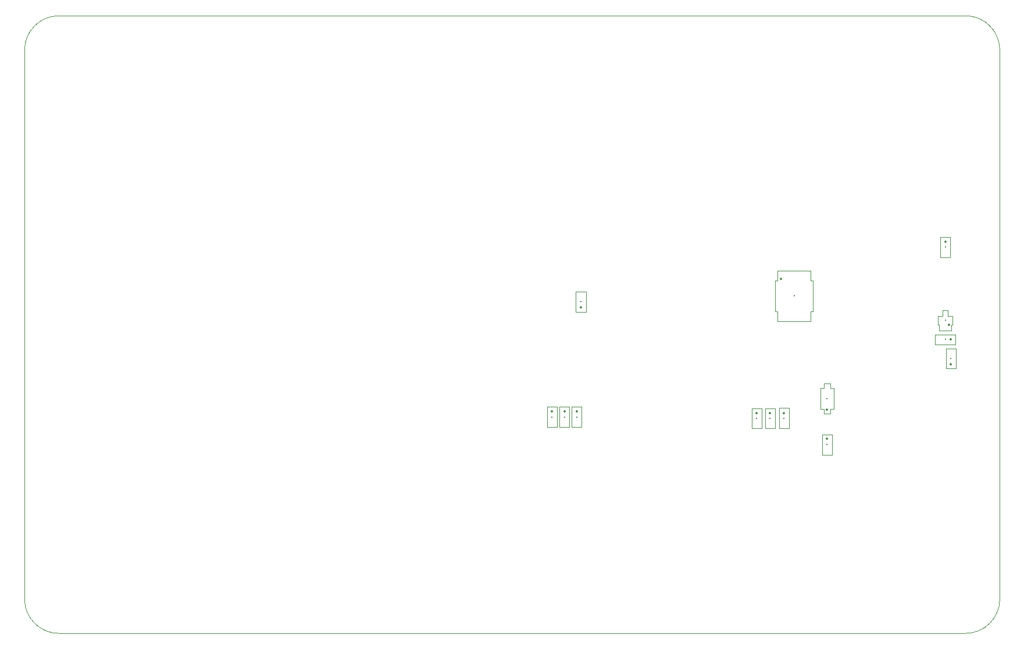
<source format=gbr>
%TF.GenerationSoftware,KiCad,Pcbnew,9.0.3*%
%TF.CreationDate,2025-09-16T13:04:33-04:00*%
%TF.ProjectId,CAEN_NEVIS_DAQ_12V,4341454e-5f4e-4455-9649-535f4441515f,rev?*%
%TF.SameCoordinates,Original*%
%TF.FileFunction,Component,L6,Bot*%
%TF.FilePolarity,Positive*%
%FSLAX46Y46*%
G04 Gerber Fmt 4.6, Leading zero omitted, Abs format (unit mm)*
G04 Created by KiCad (PCBNEW 9.0.3) date 2025-09-16 13:04:33*
%MOMM*%
%LPD*%
G01*
G04 APERTURE LIST*
%TA.AperFunction,ComponentMain*%
%ADD10C,0.300000*%
%TD*%
%TA.AperFunction,ComponentOutline,Courtyard*%
%ADD11C,0.100000*%
%TD*%
%TA.AperFunction,ComponentPin*%
%ADD12P,0.360000X4X0.000000*%
%TD*%
%TA.AperFunction,ComponentPin*%
%ADD13C,0.100000*%
%TD*%
%TA.AperFunction,Profile*%
%ADD14C,0.050000*%
%TD*%
G04 APERTURE END LIST*
D10*
%TO.C,D1*%
%TO.CFtp,SOD-123_ONS-L*%
%TO.CVal,MMSZ13T1G (13V Zener)*%
%TO.CLbN,ONSemi*%
%TO.CMnt,SMD*%
%TO.CRot,-90*%
X188850000Y-94770000D03*
D11*
X189302200Y-92590600D02*
X189302200Y-93251000D01*
X189848300Y-93251000D01*
X189848300Y-96289000D01*
X189302200Y-96289000D01*
X189302200Y-96949400D01*
X188397800Y-96949400D01*
X188397800Y-96289000D01*
X187851700Y-96289000D01*
X187851700Y-93251000D01*
X188397800Y-93251000D01*
X188397800Y-92590600D01*
X189302200Y-92590600D01*
D12*
%TO.P,D1,1,CATHODE*%
X188850000Y-96395600D03*
D13*
%TO.P,D1,2,ANODE*%
X188850000Y-93144400D03*
%TD*%
D10*
%TO.C,C2*%
%TO.CFtp,C_0603_1608Metric*%
%TO.CVal,0.1uF*%
%TO.CLbN,Capacitor_SMD*%
%TO.CMnt,SMD*%
%TO.CRot,90*%
X150600000Y-97460000D03*
D11*
X151325000Y-95985000D02*
X151325000Y-98935000D01*
X149875000Y-98935000D01*
X149875000Y-95985000D01*
X151325000Y-95985000D01*
D12*
%TO.P,C2,1*%
X150600000Y-96685000D03*
D13*
%TO.P,C2,2*%
X150600000Y-98235000D03*
%TD*%
D10*
%TO.C,R29*%
%TO.CFtp,R_0603_1608Metric*%
%TO.CVal,49.9k*%
%TO.CLbN,Resistor_SMD*%
%TO.CMnt,SMD*%
%TO.CRot,0*%
X206050000Y-86180000D03*
D11*
X207525000Y-85455000D02*
X207525000Y-86905000D01*
X204575000Y-86905000D01*
X204575000Y-85455000D01*
X207525000Y-85455000D01*
D12*
%TO.P,R29,1*%
X206875000Y-86180000D03*
D13*
%TO.P,R29,2*%
X205225000Y-86180000D03*
%TD*%
D10*
%TO.C,R3*%
%TO.CFtp,R_0603_1608Metric*%
%TO.CVal,20k*%
%TO.CLbN,Resistor_SMD*%
%TO.CMnt,SMD*%
%TO.CRot,-90*%
X153000000Y-80670000D03*
D11*
X153725000Y-79195000D02*
X153725000Y-82145000D01*
X152275000Y-82145000D01*
X152275000Y-79195000D01*
X153725000Y-79195000D01*
D12*
%TO.P,R3,1*%
X153000000Y-81495000D03*
D13*
%TO.P,R3,2*%
X153000000Y-79845000D03*
%TD*%
D10*
%TO.C,C5*%
%TO.CFtp,C_0603_1608Metric*%
%TO.CVal,0.1uF*%
%TO.CLbN,Capacitor_SMD*%
%TO.CMnt,SMD*%
%TO.CRot,90*%
X180530000Y-97670000D03*
D11*
X181255000Y-96195000D02*
X181255000Y-99145000D01*
X179805000Y-99145000D01*
X179805000Y-96195000D01*
X181255000Y-96195000D01*
D12*
%TO.P,C5,1*%
X180530000Y-96895000D03*
D13*
%TO.P,C5,2*%
X180530000Y-98445000D03*
%TD*%
D10*
%TO.C,U7*%
%TO.CFtp,R_8_ADI*%
%TO.CVal,AD590JRZ*%
%TO.CLbN,Analog_Devices*%
%TO.CMnt,SMD*%
%TO.CRot,90*%
X184040000Y-79840000D03*
D11*
X186473400Y-76136600D02*
X186473400Y-77597100D01*
X186790900Y-77597100D01*
X186790900Y-82082900D01*
X186473400Y-82082900D01*
X186473400Y-83543400D01*
X181606600Y-83543400D01*
X181606600Y-82082900D01*
X181289100Y-82082900D01*
X181289100Y-77597100D01*
X181606600Y-77597100D01*
X181606600Y-76136600D01*
X186473400Y-76136600D01*
D12*
%TO.P,U7,1,NC*%
X182135000Y-77376200D03*
D13*
%TO.P,U7,2,V+*%
X183405000Y-77376200D03*
%TO.P,U7,3,V-*%
X184675000Y-77376200D03*
%TO.P,U7,4,NC*%
X185945000Y-77376200D03*
%TO.P,U7,5,NC*%
X185945000Y-82303800D03*
%TO.P,U7,6,NC*%
X184675000Y-82303800D03*
%TO.P,U7,7,NC*%
X183405000Y-82303800D03*
%TO.P,U7,8,NC*%
X182135000Y-82303800D03*
%TD*%
D10*
%TO.C,R11*%
%TO.CFtp,R_0603_1608Metric*%
%TO.CVal,49.9*%
%TO.CLbN,Resistor_SMD*%
%TO.CMnt,SMD*%
%TO.CRot,90*%
X188860000Y-101490000D03*
D11*
X189585000Y-100015000D02*
X189585000Y-102965000D01*
X188135000Y-102965000D01*
X188135000Y-100015000D01*
X189585000Y-100015000D01*
D12*
%TO.P,R11,1*%
X188860000Y-100665000D03*
D13*
%TO.P,R11,2*%
X188860000Y-102315000D03*
%TD*%
D10*
%TO.C,R27*%
%TO.CFtp,R_0603_1608Metric*%
%TO.CVal,200*%
%TO.CLbN,Resistor_SMD*%
%TO.CMnt,SMD*%
%TO.CRot,90*%
X206070000Y-72710000D03*
D11*
X206795000Y-71235000D02*
X206795000Y-74185000D01*
X205345000Y-74185000D01*
X205345000Y-71235000D01*
X206795000Y-71235000D01*
D12*
%TO.P,R27,1*%
X206070000Y-71885000D03*
D13*
%TO.P,R27,2*%
X206070000Y-73535000D03*
%TD*%
D10*
%TO.C,R28*%
%TO.CFtp,R_0603_1608Metric*%
%TO.CVal,150k*%
%TO.CLbN,Resistor_SMD*%
%TO.CMnt,SMD*%
%TO.CRot,-90*%
X206870000Y-88950000D03*
D11*
X207595000Y-87475000D02*
X207595000Y-90425000D01*
X206145000Y-90425000D01*
X206145000Y-87475000D01*
X207595000Y-87475000D01*
D12*
%TO.P,R28,1*%
X206870000Y-89775000D03*
D13*
%TO.P,R28,2*%
X206870000Y-88125000D03*
%TD*%
D10*
%TO.C,C1*%
%TO.CFtp,C_0603_1608Metric*%
%TO.CVal,0.01uF*%
%TO.CLbN,Capacitor_SMD*%
%TO.CMnt,SMD*%
%TO.CRot,90*%
X152400000Y-97460000D03*
D11*
X153125000Y-95985000D02*
X153125000Y-98935000D01*
X151675000Y-98935000D01*
X151675000Y-95985000D01*
X153125000Y-95985000D01*
D12*
%TO.P,C1,1*%
X152400000Y-96685000D03*
D13*
%TO.P,C1,2*%
X152400000Y-98235000D03*
%TD*%
D10*
%TO.C,C4*%
%TO.CFtp,C_0603_1608Metric*%
%TO.CVal,0.01uF*%
%TO.CLbN,Capacitor_SMD*%
%TO.CMnt,SMD*%
%TO.CRot,90*%
X178580000Y-97670000D03*
D11*
X179305000Y-96195000D02*
X179305000Y-99145000D01*
X177855000Y-99145000D01*
X177855000Y-96195000D01*
X179305000Y-96195000D01*
D12*
%TO.P,C4,1*%
X178580000Y-96895000D03*
D13*
%TO.P,C4,2*%
X178580000Y-98445000D03*
%TD*%
D10*
%TO.C,C6*%
%TO.CFtp,C_0603_1608Metric*%
%TO.CVal,1uF*%
%TO.CLbN,Capacitor_SMD*%
%TO.CMnt,SMD*%
%TO.CRot,90*%
X182560000Y-97650000D03*
D11*
X183285000Y-96175000D02*
X183285000Y-99125000D01*
X181835000Y-99125000D01*
X181835000Y-96175000D01*
X183285000Y-96175000D01*
D12*
%TO.P,C6,1*%
X182560000Y-96875000D03*
D13*
%TO.P,C6,2*%
X182560000Y-98425000D03*
%TD*%
D10*
%TO.C,C3*%
%TO.CFtp,C_0603_1608Metric*%
%TO.CVal,1uF*%
%TO.CLbN,Capacitor_SMD*%
%TO.CMnt,SMD*%
%TO.CRot,90*%
X148800000Y-97460000D03*
D11*
X149525000Y-95985000D02*
X149525000Y-98935000D01*
X148075000Y-98935000D01*
X148075000Y-95985000D01*
X149525000Y-95985000D01*
D12*
%TO.P,C3,1*%
X148800000Y-96685000D03*
D13*
%TO.P,C3,2*%
X148800000Y-98235000D03*
%TD*%
D10*
%TO.C,M3*%
%TO.CFtp,SSM_TOS*%
%TO.CVal,SSM3K15AFS_LF*%
%TO.CLbN,Toshiba_Semi*%
%TO.CMnt,SMD*%
%TO.CRot,0*%
X206060001Y-83395000D03*
D11*
X206459001Y-81890401D02*
X206459001Y-82746000D01*
X207109001Y-82746000D01*
X207109001Y-84044000D01*
X206959001Y-84044000D01*
X206959001Y-84899599D01*
X205161001Y-84899599D01*
X205161001Y-84044000D01*
X205011001Y-84044000D01*
X205011001Y-82746000D01*
X205661001Y-82746000D01*
X205661001Y-81890401D01*
X206459001Y-81890401D01*
D12*
%TO.P,M3,1,1*%
X206560000Y-84070000D03*
D13*
%TO.P,M3,2,2*%
X205560002Y-84070000D03*
%TO.P,M3,3,3*%
X206060001Y-82720000D03*
%TD*%
D14*
X214000000Y-124000000D02*
X214000000Y-44000000D01*
X214000000Y-124000000D02*
G75*
G02*
X209000000Y-129000000I-5000000J0D01*
G01*
X77000000Y-129000000D02*
X209000000Y-129000000D01*
X209000000Y-39000000D02*
X77000000Y-39000000D01*
X72000000Y-44000000D02*
X72000000Y-124000000D01*
X77000000Y-129000000D02*
G75*
G02*
X72000000Y-124000000I0J5000000D01*
G01*
X72000000Y-44000000D02*
G75*
G02*
X77000000Y-39000000I5000000J0D01*
G01*
X209000000Y-39000000D02*
G75*
G02*
X214000000Y-44000000I0J-5000000D01*
G01*
M02*

</source>
